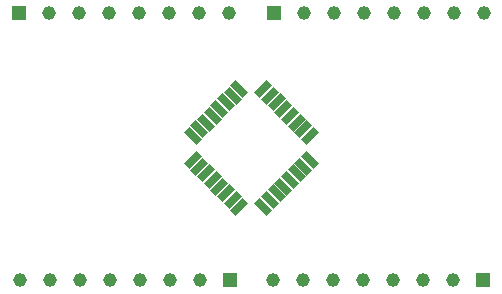
<source format=gbr>
%TF.GenerationSoftware,KiCad,Pcbnew,(6.0.4)*%
%TF.CreationDate,2022-08-04T23:26:19+09:00*%
%TF.ProjectId,ATMega328_breakout,41544d65-6761-4333-9238-5f627265616b,rev?*%
%TF.SameCoordinates,Original*%
%TF.FileFunction,Soldermask,Top*%
%TF.FilePolarity,Negative*%
%FSLAX46Y46*%
G04 Gerber Fmt 4.6, Leading zero omitted, Abs format (unit mm)*
G04 Created by KiCad (PCBNEW (6.0.4)) date 2022-08-04 23:26:19*
%MOMM*%
%LPD*%
G01*
G04 APERTURE LIST*
G04 Aperture macros list*
%AMRotRect*
0 Rectangle, with rotation*
0 The origin of the aperture is its center*
0 $1 length*
0 $2 width*
0 $3 Rotation angle, in degrees counterclockwise*
0 Add horizontal line*
21,1,$1,$2,0,0,$3*%
G04 Aperture macros list end*
%ADD10R,1.150000X1.150000*%
%ADD11C,1.150000*%
%ADD12RotRect,0.600000X1.475000X135.000000*%
%ADD13RotRect,0.600000X1.475000X45.000000*%
G04 APERTURE END LIST*
D10*
%TO.C,J1*%
X116100000Y-89300000D03*
D11*
X113560000Y-89300000D03*
X111020000Y-89300000D03*
X108480000Y-89300000D03*
X105940000Y-89300000D03*
X103400000Y-89300000D03*
X100860000Y-89300000D03*
X98320000Y-89300000D03*
%TD*%
D12*
%TO.C,IC1*%
X112923382Y-79116820D03*
X113489068Y-79682505D03*
X114054753Y-80248190D03*
X114620439Y-80813876D03*
X115186124Y-81379561D03*
X115751810Y-81945247D03*
X116317495Y-82510932D03*
X116883180Y-83076618D03*
D13*
X118916820Y-83076618D03*
X119482505Y-82510932D03*
X120048190Y-81945247D03*
X120613876Y-81379561D03*
X121179561Y-80813876D03*
X121745247Y-80248190D03*
X122310932Y-79682505D03*
X122876618Y-79116820D03*
D12*
X122876618Y-77083180D03*
X122310932Y-76517495D03*
X121745247Y-75951810D03*
X121179561Y-75386124D03*
X120613876Y-74820439D03*
X120048190Y-74254753D03*
X119482505Y-73689068D03*
X118916820Y-73123382D03*
D13*
X116883180Y-73123382D03*
X116317495Y-73689068D03*
X115751810Y-74254753D03*
X115186124Y-74820439D03*
X114620439Y-75386124D03*
X114054753Y-75951810D03*
X113489068Y-76517495D03*
X112923382Y-77083180D03*
%TD*%
D10*
%TO.C,J3*%
X137490000Y-89300000D03*
D11*
X134950000Y-89300000D03*
X132410000Y-89300000D03*
X129870000Y-89300000D03*
X127330000Y-89300000D03*
X124790000Y-89300000D03*
X122250000Y-89300000D03*
X119710000Y-89300000D03*
%TD*%
D10*
%TO.C,J4*%
X119800000Y-66700000D03*
D11*
X122340000Y-66700000D03*
X124880000Y-66700000D03*
X127420000Y-66700000D03*
X129960000Y-66700000D03*
X132500000Y-66700000D03*
X135040000Y-66700000D03*
X137580000Y-66700000D03*
%TD*%
D10*
%TO.C,J2*%
X98210000Y-66700000D03*
D11*
X100750000Y-66700000D03*
X103290000Y-66700000D03*
X105830000Y-66700000D03*
X108370000Y-66700000D03*
X110910000Y-66700000D03*
X113450000Y-66700000D03*
X115990000Y-66700000D03*
%TD*%
M02*

</source>
